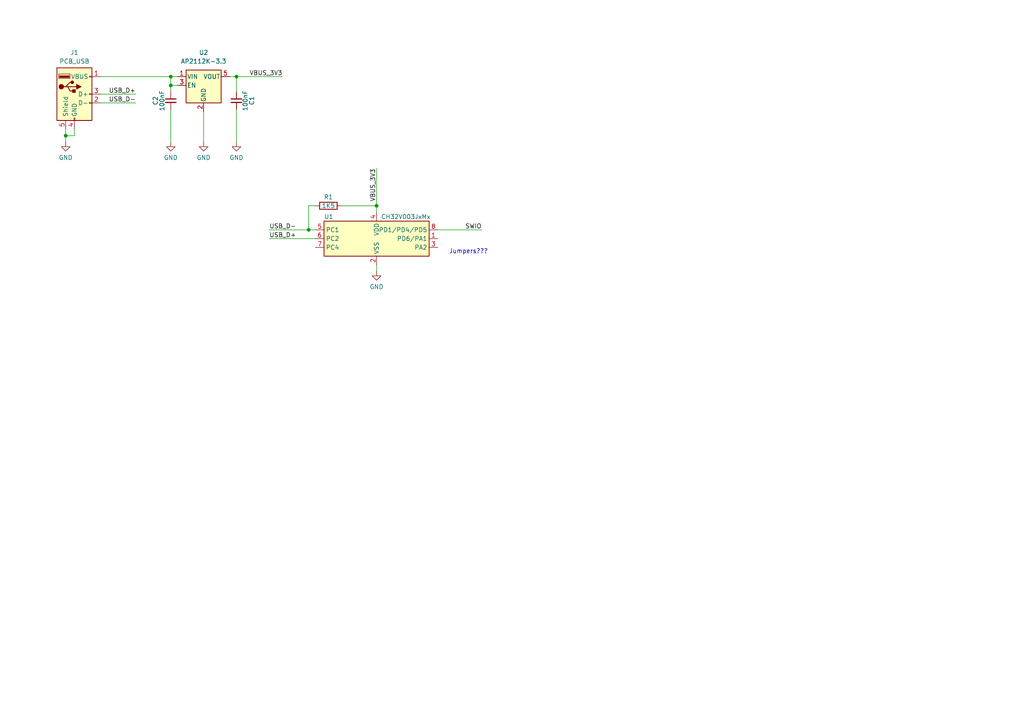
<source format=kicad_sch>
(kicad_sch (version 20231120) (generator "eeschema") (generator_version "8.0")
  (paper "A4")
  (title_block (title "Insomniac Mouse") (date "2025-01-12") (rev "MkI") (company "ADBeta") (comment 1 "A Simple CH32V003 HID Mouse Device that moves randomly on the screen") (comment 2 "USB-A Built in to the PCB. SOP-8 Flip-Chip for compact size"))
  (lib_symbols
    (symbol "Connector:USB_A" (pin_names (offset 1.016))
      (property "Reference" "J" (at -5.08 11.43 0))
      (property "Value" "USB_A" (at -5.08 8.89 0))
      (symbol "USB_A_0_1"
        (rectangle (start -5.08 -7.62) (end 5.08 7.62) (stroke (width 0.254)) (fill (type background)))
        (circle (center -3.81 2.159) (radius 0.635) (stroke (width 0.254)) (fill (type outline)))
        (rectangle (start -1.524 4.826) (end -4.318 5.334) (fill (type outline)))
        (rectangle (start -1.27 4.572) (end -4.572 5.842))
        (circle (center -0.635 3.429) (radius 0.381) (stroke (width 0.254)) (fill (type outline)))
        (rectangle (start -0.127 -7.62) (end 0.127 -6.858))
        (polyline (pts (xy -3.175 2.159) (xy -2.54 2.159) (xy -1.27 3.429) (xy -0.635 3.429)) (stroke (width 0.254)))
        (polyline (pts (xy -2.54 2.159) (xy -1.905 2.159) (xy -1.27 0.889) (xy 0 0.889)) (stroke (width 0.254)))
        (polyline (pts (xy 0.635 2.794) (xy 0.635 1.524) (xy 1.905 2.159) (xy 0.635 2.794)) (stroke (width 0.254)) (fill (type outline)))
        (rectangle (start 0.254 1.27) (end -0.508 0.508) (stroke (width 0.254)) (fill (type outline)))
        (rectangle (start 5.08 -2.667) (end 4.318 -2.413))
        (rectangle (start 5.08 -0.127) (end 4.318 0.127))
        (rectangle (start 5.08 4.953) (end 4.318 5.207))
      )
      (symbol "USB_A_1_1"
        (polyline (pts (xy -1.905 2.159) (xy 0.635 2.159)) (stroke (width 0.254)))
        (pin power_in line (at 7.62 5.08 180) (length 2.54) (name "VBUS") (number "1"))
        (pin bidirectional line (at 7.62 -2.54 180) (length 2.54) (name "D-") (number "2"))
        (pin bidirectional line (at 7.62 0 180) (length 2.54) (name "D+") (number "3"))
        (pin power_in line (at 0 -10.16 90) (length 2.54) (name "GND") (number "4"))
        (pin passive line (at -2.54 -10.16 90) (length 2.54) (name "Shield") (number "5"))
      )
    )
    (symbol "Device:C_Small" (pin_numbers hide) (pin_names (offset 0.254) hide)
      (property "Reference" "C" (at 0.254 1.778 0))
      (property "Value" "C_Small" (at 0.254 -2.032 0))
      (symbol "C_Small_0_1"
        (polyline (pts (xy -1.524 -0.508) (xy 1.524 -0.508)) (stroke (width 0.3302)))
        (polyline (pts (xy -1.524 0.508) (xy 1.524 0.508)) (stroke (width 0.3048)))
      )
      (symbol "C_Small_1_1"
        (pin passive line (at 0 2.54 270) (length 2.032) (name "~") (number "1"))
        (pin passive line (at 0 -2.54 90) (length 2.032) (name "~") (number "2"))
      )
    )
    (symbol "Device:R" (pin_numbers hide) (pin_names (offset 0))
      (property "Reference" "R" (at 2.032 0 90))
      (property "Value" "R" (at 0 0 90))
      (symbol "R_0_1"
        (rectangle (start -1.016 -2.54) (end 1.016 2.54) (stroke (width 0.254)))
      )
      (symbol "R_1_1"
        (pin passive line (at 0 3.81 270) (length 1.27) (name "~") (number "1"))
        (pin passive line (at 0 -3.81 90) (length 1.27) (name "~") (number "2"))
      )
    )
    (symbol "MCU_WCH_CH32V0:CH32V003JxMx"
      (property "Reference" "U" (at -15.24 7.62 0))
      (property "Value" "CH32V003JxMx" (at 15.24 7.62 0))
      (symbol "CH32V003JxMx_1_1"
        (rectangle (start -15.24 5.08) (end 15.24 -5.08) (stroke (width 0.254)) (fill (type background)))
        (pin bidirectional line (at 17.78 0 180) (length 2.54) (name "PD6/PA1") (number "1"))
        (pin power_in line (at 0 -7.62 90) (length 2.54) (name "VSS") (number "2"))
        (pin bidirectional line (at 17.78 -2.54 180) (length 2.54) (name "PA2") (number "3"))
        (pin power_in line (at 0 7.62 270) (length 2.54) (name "VDD") (number "4"))
        (pin bidirectional line (at -17.78 2.54 0) (length 2.54) (name "PC1") (number "5"))
        (pin bidirectional line (at -17.78 0 0) (length 2.54) (name "PC2") (number "6"))
        (pin bidirectional line (at -17.78 -2.54 0) (length 2.54) (name "PC4") (number "7"))
        (pin bidirectional line (at 17.78 2.54 180) (length 2.54) (name "PD1/PD4/PD5") (number "8"))
      )
    )
    (symbol "Regulator_Linear:AP2112K-3.3" (pin_names (offset 0.254))
      (property "Reference" "U" (at -5.08 5.715 0))
      (property "Value" "AP2112K-3.3" (at 0 5.715 0))
      (symbol "AP2112K-3.3_0_1"
        (rectangle (start -5.08 4.445) (end 5.08 -5.08) (stroke (width 0.254)) (fill (type background)))
      )
      (symbol "AP2112K-3.3_1_1"
        (pin power_in line (at -7.62 2.54 0) (length 2.54) (name "VIN") (number "1"))
        (pin power_in line (at 0 -7.62 90) (length 2.54) (name "GND") (number "2"))
        (pin input line (at -7.62 0 0) (length 2.54) (name "EN") (number "3"))
        (pin no_connect line (at 5.08 0 180) (length 2.54) hide (name "NC") (number "4"))
        (pin power_out line (at 7.62 2.54 180) (length 2.54) (name "VOUT") (number "5"))
      )
    )
    (symbol "power:GND" (power) (pin_numbers hide) (pin_names (offset 0) hide)
      (property "Value" "GND" (at 0 -3.81 0))
      (symbol "GND_0_1"
        (polyline (pts (xy 0 0) (xy 0 -1.27) (xy 1.27 -1.27) (xy 0 -2.54) (xy -1.27 -1.27) (xy 0 -1.27)))
      )
      (symbol "GND_1_1"
        (pin power_in line (at 0 0 270) (length 0) (name "~") (number "1"))
      )
    )
  )
  (junction (at 49.53 22.225))
  (junction (at 68.58 22.225))
  (junction (at 89.535 66.675))
  (junction (at 109.22 59.69))
  (junction (at 49.53 24.765))
  (junction (at 19.05 39.37))
  (wire (pts (xy 68.58 22.225) (xy 68.58 26.67)))
  (wire (pts (xy 68.58 22.225) (xy 81.915 22.225)))
  (wire (pts (xy 19.05 37.465) (xy 19.05 39.37)))
  (wire (pts (xy 78.105 66.675) (xy 89.535 66.675)))
  (wire (pts (xy 109.22 59.69) (xy 109.22 61.595)))
  (wire (pts (xy 59.055 32.385) (xy 59.055 41.275)))
  (wire (pts (xy 99.06 59.69) (xy 109.22 59.69)))
  (wire (pts (xy 127 66.675) (xy 139.7 66.675)))
  (wire (pts (xy 68.58 31.75) (xy 68.58 41.275)))
  (wire (pts (xy 19.05 39.37) (xy 21.59 39.37)))
  (wire (pts (xy 89.535 59.69) (xy 89.535 66.675)))
  (wire (pts (xy 109.22 48.895) (xy 109.22 59.69)))
  (wire (pts (xy 29.21 22.225) (xy 49.53 22.225)))
  (wire (pts (xy 29.21 29.845) (xy 39.37 29.845)))
  (wire (pts (xy 29.21 27.305) (xy 39.37 27.305)))
  (wire (pts (xy 51.435 22.225) (xy 49.53 22.225)))
  (wire (pts (xy 78.105 69.215) (xy 91.44 69.215)))
  (wire (pts (xy 49.53 24.765) (xy 51.435 24.765)))
  (wire (pts (xy 89.535 66.675) (xy 91.44 66.675)))
  (wire (pts (xy 109.22 76.835) (xy 109.22 78.74)))
  (wire (pts (xy 49.53 24.765) (xy 49.53 26.67)))
  (wire (pts (xy 49.53 22.225) (xy 49.53 24.765)))
  (wire (pts (xy 66.675 22.225) (xy 68.58 22.225)))
  (wire (pts (xy 49.53 31.75) (xy 49.53 41.275)))
  (wire (pts (xy 19.05 39.37) (xy 19.05 41.275)))
  (wire (pts (xy 21.59 37.465) (xy 21.59 39.37)))
  (wire (pts (xy 91.44 59.69) (xy 89.535 59.69)))
  (text "Jumpers???" (at 135.89 73.025 0) (effects (font (size 1.27 1.27))))
  (label "SWIO" (at 139.7 66.675 180))
  (label "USB_D-" (at 39.37 29.845 180))
  (label "VBUS_3V3" (at 81.915 22.225 180))
  (label "USB_D+" (at 39.37 27.305 180))
  (label "USB_D-" (at 78.105 66.675 0))
  (label "USB_D+" (at 78.105 69.215 0))
  (label "VBUS_3V3" (at 109.22 48.895 270))
  (symbol (lib_id "Device:C_Small") (at 68.58 29.21 0) (unit 1)
    (property "Reference" "C1" (at 73.025 29.21 90))
    (property "Value" "100nF" (at 71.12 29.21 90))
    (property "Description" "Unpolarized capacitor, small symbol" (effects (hide yes)))
  )
  (symbol (lib_id "power:GND") (at 68.58 41.275 0) (unit 1)
    (property "Reference" "#PWR05" (effects (hide yes)))
    (property "Value" "GND" (at 68.58 45.72 0))
    (property "Description" "Power symbol creates a global label with name \"GND\" , ground" (effects (hide yes)))
  )
  (symbol (lib_id "Device:C_Small") (at 49.53 29.21 0) (unit 1)
    (property "Reference" "C2" (at 45.085 29.21 90))
    (property "Value" "100nF" (at 46.99 29.21 90))
    (property "Description" "Unpolarized capacitor, small symbol" (effects (hide yes)))
  )
  (symbol (lib_id "power:GND") (at 59.055 41.275 0) (unit 1)
    (property "Reference" "#PWR03" (effects (hide yes)))
    (property "Value" "GND" (at 59.055 45.72 0))
    (property "Description" "Power symbol creates a global label with name \"GND\" , ground" (effects (hide yes)))
  )
  (symbol (lib_id "power:GND") (at 19.05 41.275 0) (unit 1)
    (property "Reference" "#PWR01" (effects (hide yes)))
    (property "Value" "GND" (at 19.05 45.72 0))
    (property "Description" "Power symbol creates a global label with name \"GND\" , ground" (effects (hide yes)))
  )
  (symbol (lib_id "power:GND") (at 49.53 41.275 0) (unit 1)
    (property "Reference" "#PWR04" (effects (hide yes)))
    (property "Value" "GND" (at 49.53 45.72 0))
    (property "Description" "Power symbol creates a global label with name \"GND\" , ground" (effects (hide yes)))
  )
  (symbol (lib_id "Device:R") (at 95.25 59.69 90) (unit 1)
    (property "Reference" "R1" (at 95.25 57.15 90))
    (property "Value" "1K5" (at 95.25 59.69 90))
    (property "Description" "Resistor" (effects (hide yes)))
  )
  (symbol (lib_id "Regulator_Linear:AP2112K-3.3") (at 59.055 24.765 0) (unit 1)
    (property "Reference" "U2" (at 59.055 15.24 0))
    (property "Value" "AP2112K-3.3" (at 59.055 17.78 0))
    (property "Footprint" "Package_TO_SOT_SMD:SOT-23-5" (effects (hide yes)))
    (property "Datasheet" "https://www.diodes.com/assets/Datasheets/AP2112.pdf" (effects (hide yes)))
    (property "Description" "600mA low dropout linear regulator, with enable pin, 3.8V-6V input voltage range, 3.3V fixed positive output, SOT-23-5" (effects (hide yes)))
  )
  (symbol (lib_id "MCU_WCH_CH32V0:CH32V003JxMx") (at 109.22 69.215 0) (unit 1)
    (property "Reference" "U1" (at 93.98 62.865 0) (effects (justify left)))
    (property "Value" "CH32V003JxMx" (at 110.49 62.865 0) (effects (justify left)))
    (property "Footprint" "Package_SO:SOP-8_3.9x4.9mm_P1.27mm" (effects (hide yes)))
    (property "Datasheet" "https://www.wch-ic.com/products/CH32V003.html" (effects (hide yes)))
    (property "Description" "CH32V003 series are industrial-grade general-purpose microcontrollers designed based on 32-bit RISC-V instruction set and architecture. It adopts QingKe V2A core, RV32EC instruction set, and supports 2 levels of interrupt nesting. The series are mounted with rich peripheral interfaces and function modules. Its internal organizational structure meets the low-cost and low-power embedded application scenarios." (effects (hide yes)))
  )
  (symbol (lib_id "Connector:USB_A") (at 21.59 27.305 0) (unit 1)
    (property "Reference" "J1" (at 21.59 15.24 0))
    (property "Value" "PCB_USB" (at 21.59 17.78 0))
    (property "Description" "USB Type A connector" (effects (hide yes)))
  )
  (symbol (lib_id "power:GND") (at 109.22 78.74 0) (unit 1)
    (property "Reference" "#PWR02" (effects (hide yes)))
    (property "Value" "GND" (at 109.22 83.185 0))
    (property "Description" "Power symbol creates a global label with name \"GND\" , ground" (effects (hide yes)))
  )
)
</source>
